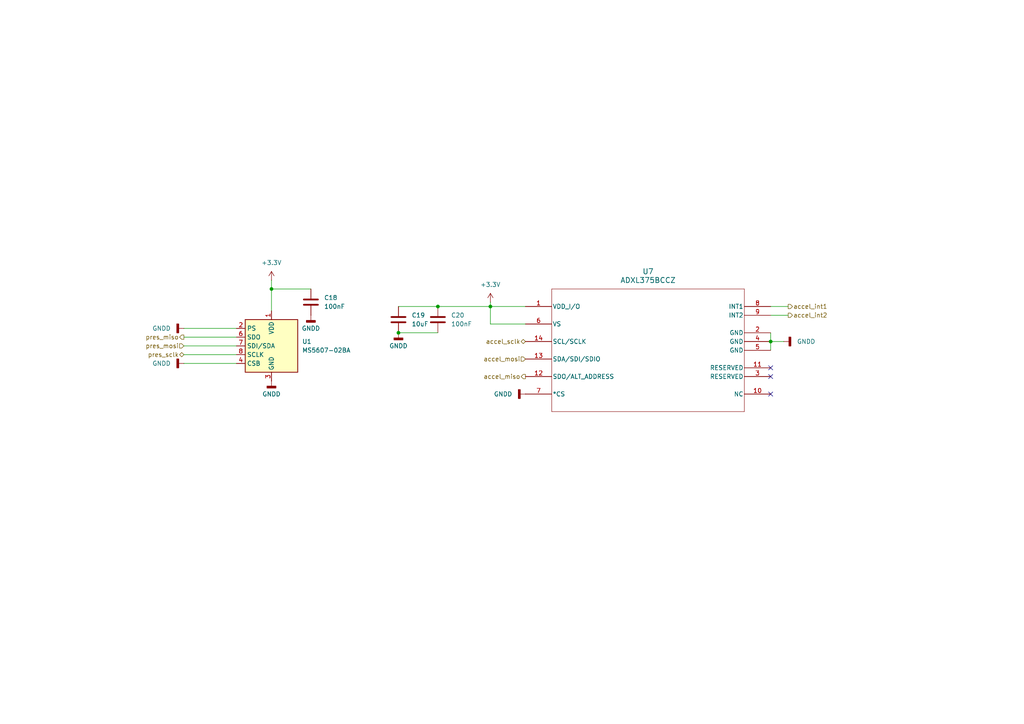
<source format=kicad_sch>
(kicad_sch (version 20231120) (generator "eeschema") (generator_version "8.0")
  (paper "A4")
  (lib_symbols
    (symbol "2024-07-18_00-52-40:ADXL375BCCZ" (pin_names (offset 0.254))
      (property "Reference" "U" (at 35.56 10.16 0))
      (property "Value" "ADXL375BCCZ" (at 35.56 7.62 0))
      (symbol "ADXL375BCCZ_0_1"
        (polyline (pts (xy 7.62 -30.48) (xy 63.5 -30.48)) (stroke (width 0.127)))
        (polyline (pts (xy 7.62 5.08) (xy 7.62 -30.48)) (stroke (width 0.127)))
        (polyline (pts (xy 63.5 -30.48) (xy 63.5 5.08)) (stroke (width 0.127)))
        (polyline (pts (xy 63.5 5.08) (xy 7.62 5.08)) (stroke (width 0.127)))
        (pin unspecified line (at 0 0 0) (length 7.62) (name "VDD_I/O") (number "1"))
        (pin unspecified line (at 71.12 -25.4 180) (length 7.62) (name "NC") (number "10"))
        (pin unspecified line (at 71.12 -17.78 180) (length 7.62) (name "RESERVED") (number "11"))
        (pin unspecified line (at 0 -20.32 0) (length 7.62) (name "SDO/ALT_ADDRESS") (number "12"))
        (pin unspecified line (at 0 -15.24 0) (length 7.62) (name "SDA/SDI/SDIO") (number "13"))
        (pin unspecified line (at 0 -10.16 0) (length 7.62) (name "SCL/SCLK") (number "14"))
        (pin unspecified line (at 71.12 -7.62 180) (length 7.62) (name "GND") (number "2"))
        (pin unspecified line (at 71.12 -20.32 180) (length 7.62) (name "RESERVED") (number "3"))
        (pin unspecified line (at 71.12 -10.16 180) (length 7.62) (name "GND") (number "4"))
        (pin unspecified line (at 71.12 -12.7 180) (length 7.62) (name "GND") (number "5"))
        (pin unspecified line (at 0 -5.08 0) (length 7.62) (name "VS") (number "6"))
        (pin unspecified line (at 0 -25.4 0) (length 7.62) (name "*CS") (number "7"))
        (pin unspecified line (at 71.12 0 180) (length 7.62) (name "INT1") (number "8"))
        (pin unspecified line (at 71.12 -2.54 180) (length 7.62) (name "INT2") (number "9"))
      )
    )
    (symbol "Device:C" (pin_numbers hide) (pin_names (offset 0.254))
      (property "Reference" "C" (at 0.635 2.54 0))
      (property "Value" "C" (at 0.635 -2.54 0))
      (symbol "C_0_1"
        (polyline (pts (xy -2.032 -0.762) (xy 2.032 -0.762)) (stroke (width 0.508)))
        (polyline (pts (xy -2.032 0.762) (xy 2.032 0.762)) (stroke (width 0.508)))
      )
      (symbol "C_1_1"
        (pin passive line (at 0 3.81 270) (length 2.794) (name "~") (number "1"))
        (pin passive line (at 0 -3.81 90) (length 2.794) (name "~") (number "2"))
      )
    )
    (symbol "Sensor_Pressure:MS5607-02BA"
      (property "Reference" "U" (at -6.35 8.89 0))
      (property "Value" "MS5607-02BA" (at 7.62 8.89 0))
      (symbol "MS5607-02BA_0_1"
        (rectangle (start -7.62 7.62) (end 7.62 -7.62) (stroke (width 0.254)) (fill (type background)))
      )
      (symbol "MS5607-02BA_1_1"
        (pin power_in line (at 0 10.16 270) (length 2.54) (name "VDD") (number "1"))
        (pin input line (at -10.16 5.08 0) (length 2.54) (name "PS") (number "2"))
        (pin power_in line (at 0 -10.16 90) (length 2.54) (name "GND") (number "3"))
        (pin input line (at -10.16 -5.08 0) (length 2.54) (name "CSB") (number "4"))
        (pin input line (at -10.16 -5.08 0) (length 2.54) hide (name "CSB") (number "5"))
        (pin output line (at -10.16 2.54 0) (length 2.54) (name "SDO") (number "6"))
        (pin bidirectional line (at -10.16 0 0) (length 2.54) (name "SDI/SDA") (number "7"))
        (pin input line (at -10.16 -2.54 0) (length 2.54) (name "SCLK") (number "8"))
      )
    )
    (symbol "power:+3.3V" (power) (pin_numbers hide) (pin_names (offset 0) hide)
      (property "Value" "+3.3V" (at 0 3.556 0))
      (symbol "+3.3V_0_1"
        (polyline (pts (xy -0.762 1.27) (xy 0 2.54)))
        (polyline (pts (xy 0 0) (xy 0 2.54)))
        (polyline (pts (xy 0 2.54) (xy 0.762 1.27)))
      )
      (symbol "+3.3V_1_1"
        (pin power_in line (at 0 0 90) (length 0) (name "~") (number "1"))
      )
    )
    (symbol "power:GNDD" (power) (pin_numbers hide) (pin_names (offset 0) hide)
      (property "Value" "GNDD" (at 0 -3.175 0))
      (symbol "GNDD_0_1"
        (rectangle (start -1.27 -1.524) (end 1.27 -2.032) (stroke (width 0.254)) (fill (type outline)))
        (polyline (pts (xy 0 0) (xy 0 -1.524)))
      )
      (symbol "GNDD_1_1"
        (pin power_in line (at 0 0 270) (length 0) (name "~") (number "1"))
      )
    )
  )
  (junction (at 142.24 88.9))
  (junction (at 223.52 99.06))
  (junction (at 115.57 96.52))
  (junction (at 78.74 83.82))
  (junction (at 127 88.9))
  (no_connect (at 223.52 109.22))
  (no_connect (at 223.52 114.3))
  (no_connect (at 223.52 106.68))
  (wire (pts (xy 228.6 88.9) (xy 223.52 88.9)))
  (wire (pts (xy 142.24 93.98) (xy 152.4 93.98)))
  (wire (pts (xy 78.74 83.82) (xy 78.74 90.17)))
  (wire (pts (xy 223.52 96.52) (xy 223.52 99.06)))
  (wire (pts (xy 53.34 100.33) (xy 68.58 100.33)))
  (wire (pts (xy 53.34 105.41) (xy 68.58 105.41)))
  (wire (pts (xy 53.34 97.79) (xy 68.58 97.79)))
  (wire (pts (xy 142.24 88.9) (xy 142.24 93.98)))
  (wire (pts (xy 223.52 99.06) (xy 223.52 101.6)))
  (wire (pts (xy 227.33 99.06) (xy 223.52 99.06)))
  (wire (pts (xy 142.24 87.63) (xy 142.24 88.9)))
  (wire (pts (xy 78.74 81.28) (xy 78.74 83.82)))
  (wire (pts (xy 228.6 91.44) (xy 223.52 91.44)))
  (wire (pts (xy 115.57 96.52) (xy 127 96.52)))
  (wire (pts (xy 127 88.9) (xy 142.24 88.9)))
  (wire (pts (xy 53.34 95.25) (xy 68.58 95.25)))
  (wire (pts (xy 78.74 83.82) (xy 90.17 83.82)))
  (wire (pts (xy 152.4 88.9) (xy 142.24 88.9)))
  (wire (pts (xy 115.57 88.9) (xy 127 88.9)))
  (wire (pts (xy 53.34 102.87) (xy 68.58 102.87)))
  (hierarchical_label "pres_sclk" (shape bidirectional) (at 53.34 102.87 180))
  (hierarchical_label "accel_int1" (shape output) (at 228.6 88.9 0))
  (hierarchical_label "accel_mosi" (shape input) (at 152.4 104.14 180))
  (hierarchical_label "pres_mosi" (shape input) (at 53.34 100.33 180))
  (hierarchical_label "accel_miso" (shape output) (at 152.4 109.22 180))
  (hierarchical_label "accel_int2" (shape output) (at 228.6 91.44 0))
  (hierarchical_label "pres_miso" (shape output) (at 53.34 97.79 180))
  (hierarchical_label "accel_sclk" (shape bidirectional) (at 152.4 99.06 180))
  (symbol (lib_id "power:GNDD") (at 53.34 95.25 270) (unit 1)
    (property "Reference" "#PWR033" (effects (hide yes)))
    (property "Value" "GNDD" (at 49.53 95.2499 90) (effects (justify right)))
    (property "Description" "Power symbol creates a global label with name \"GNDD\" , digital ground" (effects (hide yes)))
  )
  (symbol (lib_id "power:GNDD") (at 115.57 96.52 0) (unit 1)
    (property "Reference" "#PWR038" (effects (hide yes)))
    (property "Value" "GNDD" (at 115.57 100.33 0))
    (property "Description" "Power symbol creates a global label with name \"GNDD\" , digital ground" (effects (hide yes)))
  )
  (symbol (lib_id "Device:C") (at 90.17 87.63 0) (unit 1)
    (property "Reference" "C18" (at 93.98 86.3599 0) (effects (justify left)))
    (property "Value" "100nF" (at 93.98 88.8999 0) (effects (justify left)))
    (property "Footprint" "Capacitor_SMD:C_0603_1608Metric_Pad1.08x0.95mm_HandSolder" (effects (hide yes)))
    (property "Description" "Unpolarized capacitor" (effects (hide yes)))
  )
  (symbol (lib_id "Sensor_Pressure:MS5607-02BA") (at 78.74 100.33 0) (unit 1)
    (property "Reference" "U1" (at 87.63 99.0599 0) (effects (justify left)))
    (property "Value" "MS5607-02BA" (at 87.63 101.5999 0) (effects (justify left)))
    (property "Footprint" "Package_LGA:LGA-8_3x5mm_P1.25mm" (effects (hide yes)))
    (property "Datasheet" "https://www.te.com/commerce/DocumentDelivery/DDEController?Action=showdoc&DocId=Data+Sheet%7FMS5607-02BA03%7FB2%7Fpdf%7FEnglish%7FENG_DS_MS5607-02BA03_B2.pdf%7FCAT-BLPS0035" (effects (hide yes)))
    (property "Description" "Barometric pressure sensor, 20cm resolution, 10 to 1200 mbar, I2C and SPI interface up to 20MHz, LGA-8" (effects (hide yes)))
  )
  (symbol (lib_id "2024-07-18_00-52-40:ADXL375BCCZ") (at 152.4 88.9 0) (unit 1)
    (property "Reference" "U7" (at 187.96 78.74 0) (effects (font (size 1.524 1.524))))
    (property "Value" "ADXL375BCCZ" (at 187.96 81.28 0) (effects (font (size 1.524 1.524))))
    (property "Footprint" "Package_LGA:LGA-14_3x5mm_P0.8mm_LayoutBorder1x6y" (effects (hide yes)))
    (property "Datasheet" "ADXL375BCCZ" (effects (hide yes)))
  )
  (symbol (lib_id "power:GNDD") (at 227.33 99.06 90) (unit 1)
    (property "Reference" "#PWR037" (effects (hide yes)))
    (property "Value" "GNDD" (at 231.14 99.0599 90) (effects (justify right)))
    (property "Description" "Power symbol creates a global label with name \"GNDD\" , digital ground" (effects (hide yes)))
  )
  (symbol (lib_id "power:GNDD") (at 152.4 114.3 270) (unit 1)
    (property "Reference" "#PWR043" (effects (hide yes)))
    (property "Value" "GNDD" (at 148.59 114.2999 90) (effects (justify right)))
    (property "Description" "Power symbol creates a global label with name \"GNDD\" , digital ground" (effects (hide yes)))
  )
  (symbol (lib_id "power:+3.3V") (at 78.74 81.28 0) (unit 1)
    (property "Reference" "#PWR02" (effects (hide yes)))
    (property "Value" "+3.3V" (at 78.74 76.2 0))
    (property "Description" "Power symbol creates a global label with name \"+3.3V\"" (effects (hide yes)))
  )
  (symbol (lib_id "power:GNDD") (at 78.74 110.49 0) (unit 1)
    (property "Reference" "#PWR036" (effects (hide yes)))
    (property "Value" "GNDD" (at 78.74 114.3 0))
    (property "Description" "Power symbol creates a global label with name \"GNDD\" , digital ground" (effects (hide yes)))
  )
  (symbol (lib_id "power:GNDD") (at 53.34 105.41 270) (unit 1)
    (property "Reference" "#PWR044" (effects (hide yes)))
    (property "Value" "GNDD" (at 49.53 105.4099 90) (effects (justify right)))
    (property "Description" "Power symbol creates a global label with name \"GNDD\" , digital ground" (effects (hide yes)))
  )
  (symbol (lib_id "power:GNDD") (at 90.17 91.44 0) (unit 1)
    (property "Reference" "#PWR01" (effects (hide yes)))
    (property "Value" "GNDD" (at 90.17 95.25 0))
    (property "Description" "Power symbol creates a global label with name \"GNDD\" , digital ground" (effects (hide yes)))
  )
  (symbol (lib_id "power:+3.3V") (at 142.24 87.63 0) (unit 1)
    (property "Reference" "#PWR047" (effects (hide yes)))
    (property "Value" "+3.3V" (at 142.24 82.55 0))
    (property "Description" "Power symbol creates a global label with name \"+3.3V\"" (effects (hide yes)))
  )
  (symbol (lib_id "Device:C") (at 127 92.71 0) (unit 1)
    (property "Reference" "C20" (at 130.81 91.4399 0) (effects (justify left)))
    (property "Value" "100nF" (at 130.81 93.9799 0) (effects (justify left)))
    (property "Footprint" "Capacitor_SMD:C_0603_1608Metric_Pad1.08x0.95mm_HandSolder" (effects (hide yes)))
    (property "Description" "Unpolarized capacitor" (effects (hide yes)))
  )
  (symbol (lib_id "Device:C") (at 115.57 92.71 0) (unit 1)
    (property "Reference" "C19" (at 119.38 91.4399 0) (effects (justify left)))
    (property "Value" "10uF" (at 119.38 93.9799 0) (effects (justify left)))
    (property "Footprint" "Capacitor_Tantalum_SMD:CP_EIA-3216-18_Kemet-A_Pad1.58x1.35mm_HandSolder" (effects (hide yes)))
    (property "Description" "Unpolarized capacitor" (effects (hide yes)))
  )
)
</source>
